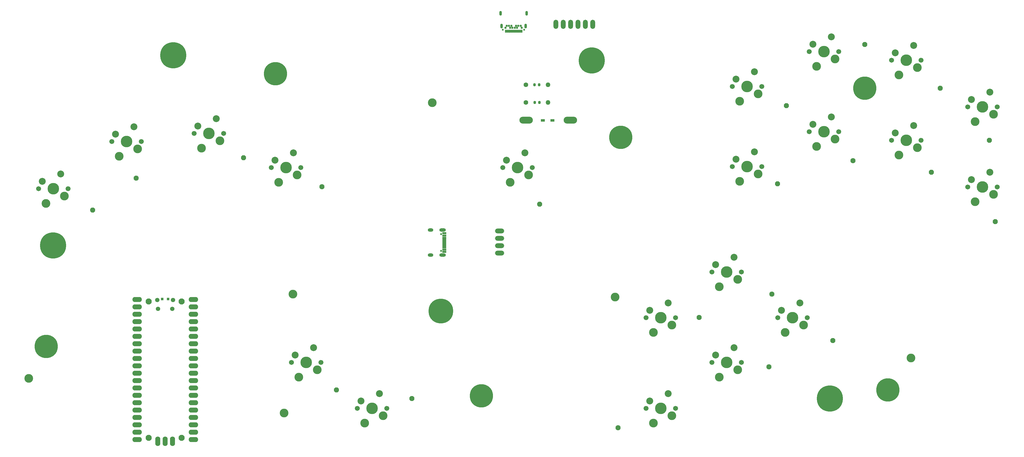
<source format=gts>
%TF.GenerationSoftware,KiCad,Pcbnew,7.0.1*%
%TF.CreationDate,2023-04-12T17:14:02-06:00*%
%TF.ProjectId,OF1 v1,4f463120-7631-42e6-9b69-6361645f7063,rev?*%
%TF.SameCoordinates,Original*%
%TF.FileFunction,Soldermask,Top*%
%TF.FilePolarity,Negative*%
%FSLAX46Y46*%
G04 Gerber Fmt 4.6, Leading zero omitted, Abs format (unit mm)*
G04 Created by KiCad (PCBNEW 7.0.1) date 2023-04-12 17:14:02*
%MOMM*%
%LPD*%
G01*
G04 APERTURE LIST*
G04 Aperture macros list*
%AMRoundRect*
0 Rectangle with rounded corners*
0 $1 Rounding radius*
0 $2 $3 $4 $5 $6 $7 $8 $9 X,Y pos of 4 corners*
0 Add a 4 corners polygon primitive as box body*
4,1,4,$2,$3,$4,$5,$6,$7,$8,$9,$2,$3,0*
0 Add four circle primitives for the rounded corners*
1,1,$1+$1,$2,$3*
1,1,$1+$1,$4,$5*
1,1,$1+$1,$6,$7*
1,1,$1+$1,$8,$9*
0 Add four rect primitives between the rounded corners*
20,1,$1+$1,$2,$3,$4,$5,0*
20,1,$1+$1,$4,$5,$6,$7,0*
20,1,$1+$1,$6,$7,$8,$9,0*
20,1,$1+$1,$8,$9,$2,$3,0*%
%AMFreePoly0*
4,1,17,0.425901,0.806901,0.806901,0.425901,0.825500,0.381000,0.825500,-0.381000,0.806901,-0.425901,0.425901,-0.806901,0.381000,-0.825500,-0.381000,-0.825500,-0.425901,-0.806901,-0.806901,-0.425901,-0.825500,-0.381000,-0.825500,0.381000,-0.806901,0.425901,-0.425901,0.806901,-0.381000,0.825500,0.381000,0.825500,0.425901,0.806901,0.425901,0.806901,$1*%
G04 Aperture macros list end*
%ADD10O,3.175000X1.651000*%
%ADD11C,3.000000*%
%ADD12C,1.701800*%
%ADD13C,3.987800*%
%ADD14C,2.374900*%
%ADD15FreePoly0,0.000000*%
%ADD16O,4.622800X2.374900*%
%ADD17C,9.000000*%
%ADD18C,8.000000*%
%ADD19RoundRect,0.063500X0.605000X0.365000X-0.605000X0.365000X-0.605000X-0.365000X0.605000X-0.365000X0*%
%ADD20RoundRect,0.200000X-0.200000X-0.275000X0.200000X-0.275000X0.200000X0.275000X-0.200000X0.275000X0*%
%ADD21C,8.500000*%
%ADD22C,0.650000*%
%ADD23RoundRect,0.063500X-0.150000X-0.450000X0.150000X-0.450000X0.150000X0.450000X-0.150000X0.450000X0*%
%ADD24C,0.777000*%
%ADD25O,0.877000X1.627000*%
%ADD26C,1.600000*%
%ADD27O,1.600000X1.600000*%
%ADD28C,1.500000*%
%ADD29C,2.100000*%
%ADD30O,3.327000X1.727000*%
%ADD31O,1.727000X3.327000*%
%ADD32RoundRect,0.063500X-0.400000X-0.400000X0.400000X-0.400000X0.400000X0.400000X-0.400000X0.400000X0*%
%ADD33RoundRect,0.063500X-0.620000X0.300000X-0.620000X-0.300000X0.620000X-0.300000X0.620000X0.300000X0*%
%ADD34RoundRect,0.063500X-0.620000X0.150000X-0.620000X-0.150000X0.620000X-0.150000X0.620000X0.150000X0*%
%ADD35O,2.227000X1.127000*%
%ADD36O,1.927000X1.127000*%
%ADD37O,1.651000X3.175000*%
G04 APERTURE END LIST*
D10*
%TO.C,J4*%
X142745065Y-111563600D03*
X142745065Y-109023600D03*
X142745065Y-106483600D03*
X142745065Y-103943600D03*
%TD*%
D11*
%TO.C,U$15*%
X280301100Y-77837600D03*
D12*
X287921100Y-72757600D03*
D13*
X282841100Y-72757600D03*
D11*
X286651100Y-75297600D03*
D12*
X277761100Y-72757600D03*
D14*
X279031100Y-70217600D03*
X285381100Y-67677600D03*
%TD*%
D15*
%TO.C,JP11*%
X264501100Y-79753600D03*
%TD*%
D13*
%TO.C,U$11*%
X282841100Y-45147600D03*
D11*
X286651100Y-47687600D03*
D12*
X277761100Y-45147600D03*
D11*
X280301100Y-50227600D03*
D12*
X287921100Y-45147600D03*
D14*
X279031100Y-42607600D03*
X285381100Y-40067600D03*
%TD*%
D15*
%TO.C,JP10*%
X238501100Y-87753600D03*
%TD*%
D13*
%TO.C,U$17*%
X220953100Y-118117600D03*
D11*
X224763100Y-120657600D03*
X218413100Y-123197600D03*
D12*
X215873100Y-118117600D03*
X226033100Y-118117600D03*
D14*
X217143100Y-115577600D03*
X223493100Y-113037600D03*
%TD*%
D15*
%TO.C,JP5*%
X81501100Y-88753600D03*
%TD*%
D13*
%TO.C,U$6*%
X76133100Y-149302600D03*
D12*
X81213100Y-149302600D03*
D11*
X79943100Y-151842600D03*
D12*
X71053100Y-149302600D03*
D11*
X73593100Y-154382600D03*
D14*
X72323100Y-146762600D03*
X78673100Y-144222600D03*
%TD*%
D16*
%TO.C,D1*%
X151881100Y-65753600D03*
X167121100Y-65753600D03*
%TD*%
D17*
%TO.C,@HOLE11*%
X174501100Y-45253600D03*
%TD*%
D18*
%TO.C,@HOLE8*%
X184501100Y-71753600D03*
%TD*%
D11*
%TO.C,@HOLE0*%
X68501100Y-166753600D03*
%TD*%
%TO.C,U$20*%
X224763100Y-151842600D03*
D13*
X220953100Y-149302600D03*
D11*
X218413100Y-154382600D03*
D12*
X215873100Y-149302600D03*
X226033100Y-149302600D03*
D14*
X217143100Y-146762600D03*
X223493100Y-144222600D03*
%TD*%
D19*
%TO.C,D2*%
X157610214Y-65844142D03*
X160970214Y-65844142D03*
%TD*%
D15*
%TO.C,JP18*%
X211501100Y-133753600D03*
%TD*%
D18*
%TO.C,@HOLE9*%
X136501100Y-160753600D03*
%TD*%
D20*
%TO.C,R2*%
X154751379Y-53595091D03*
X156401379Y-53595091D03*
%TD*%
D11*
%TO.C,U$10*%
X258296100Y-44712600D03*
X251946100Y-47252600D03*
D13*
X254486100Y-42172600D03*
D12*
X259566100Y-42172600D03*
X249406100Y-42172600D03*
D14*
X250676100Y-39632600D03*
X257026100Y-37092600D03*
%TD*%
D15*
%TO.C,JP6*%
X86501100Y-158753600D03*
%TD*%
D21*
%TO.C,@HOLE14*%
X122501100Y-131553600D03*
%TD*%
D15*
%TO.C,JP14*%
X311501100Y-72753600D03*
%TD*%
%TO.C,JP4*%
X54501100Y-78753600D03*
%TD*%
D13*
%TO.C,U$13*%
X227968100Y-81777600D03*
D12*
X222888100Y-81777600D03*
D11*
X225428100Y-86857600D03*
D12*
X233048100Y-81777600D03*
D11*
X231778100Y-84317600D03*
D14*
X224158100Y-79237600D03*
X230508100Y-76697600D03*
%TD*%
D15*
%TO.C,JP9*%
X241501100Y-60753600D03*
%TD*%
D22*
%TO.C,J2*%
X151168981Y-34593600D03*
X143818981Y-34593600D03*
D23*
X150318981Y-35153600D03*
X149818981Y-35153600D03*
X149318981Y-35153600D03*
X148818981Y-35153600D03*
X148318981Y-35153600D03*
X147818981Y-35153600D03*
X147318981Y-35153600D03*
X146818981Y-35153600D03*
X146318981Y-35153600D03*
X145818981Y-35153600D03*
X145318981Y-35153600D03*
X144818981Y-35153600D03*
D24*
X144768981Y-33943600D03*
X145168981Y-33243600D03*
X145968981Y-33243600D03*
X146368981Y-33943600D03*
X146768981Y-33243600D03*
X147168981Y-33943600D03*
X147968981Y-33943600D03*
X148368981Y-33243600D03*
X148768981Y-33943600D03*
X149168981Y-33243600D03*
X149968981Y-33243600D03*
X150368981Y-33943600D03*
D25*
X151698981Y-33343600D03*
X143438981Y-33343600D03*
X152058981Y-28953600D03*
X143078981Y-28953600D03*
%TD*%
D11*
%TO.C,U$1*%
X-13573900Y-94497600D03*
D13*
X-11033900Y-89417600D03*
D11*
X-7223900Y-91957600D03*
D12*
X-16113900Y-89417600D03*
X-5953900Y-89417600D03*
D14*
X-14843900Y-86877600D03*
X-8493900Y-84337600D03*
%TD*%
D13*
%TO.C,U$21*%
X198266100Y-165072600D03*
D12*
X193186100Y-165072600D03*
D11*
X195726100Y-170152600D03*
X202076100Y-167612600D03*
D12*
X203346100Y-165072600D03*
D14*
X194456100Y-162532600D03*
X200806100Y-159992600D03*
%TD*%
D15*
%TO.C,JP16*%
X291501100Y-83753600D03*
%TD*%
D12*
%TO.C,U$2*%
X19326100Y-73114600D03*
D11*
X18056100Y-75654600D03*
D12*
X9166100Y-73114600D03*
D13*
X14246100Y-73114600D03*
D11*
X11706100Y-78194600D03*
D14*
X10436100Y-70574600D03*
X16786100Y-68034600D03*
%TD*%
D12*
%TO.C,U$4*%
X47682100Y-70388600D03*
D13*
X42602100Y-70388600D03*
D11*
X46412100Y-72928600D03*
X40062100Y-75468600D03*
D12*
X37522100Y-70388600D03*
D14*
X38792100Y-67848600D03*
X45142100Y-65308600D03*
%TD*%
D17*
%TO.C,@HOLE13*%
X30301100Y-43453600D03*
%TD*%
D11*
%TO.C,@HOLE1*%
X284501100Y-147753600D03*
%TD*%
D15*
%TO.C,JP20*%
X235501100Y-150753600D03*
%TD*%
D11*
%TO.C,U$7*%
X102631100Y-167611600D03*
D12*
X93741100Y-165071600D03*
D11*
X96281100Y-170151600D03*
D13*
X98821100Y-165071600D03*
D12*
X103901100Y-165071600D03*
D14*
X95011100Y-162531600D03*
X101361100Y-159991600D03*
%TD*%
D15*
%TO.C,JP13*%
X294501100Y-54753600D03*
%TD*%
D13*
%TO.C,U$19*%
X243610100Y-133887600D03*
D11*
X247420100Y-136427600D03*
X241070100Y-138967600D03*
D12*
X248690100Y-133887600D03*
X238530100Y-133887600D03*
D14*
X239800100Y-131347600D03*
X246150100Y-128807600D03*
%TD*%
D15*
%TO.C,JP17*%
X236501100Y-125753600D03*
%TD*%
%TO.C,JP12*%
X268501100Y-39753600D03*
%TD*%
D11*
%TO.C,@HOLE2*%
X-19498900Y-154753600D03*
%TD*%
D26*
%TO.C,R3*%
X151781476Y-59692391D03*
D27*
X159401476Y-59692391D03*
%TD*%
D28*
%TO.C,J1*%
X24776100Y-127753600D03*
D29*
X21801100Y-175253600D03*
X33201100Y-175253600D03*
D28*
X25076100Y-130783600D03*
X29926100Y-130783600D03*
D29*
X21801100Y-128253600D03*
D28*
X30226100Y-127753600D03*
D29*
X33201100Y-128253600D03*
D30*
X37191100Y-137783600D03*
X37191100Y-135243600D03*
X37191100Y-140323600D03*
X37191100Y-145403600D03*
X17811100Y-132703600D03*
X17811100Y-145403600D03*
X17811100Y-158103600D03*
X17811100Y-170803600D03*
D31*
X27501100Y-176453600D03*
D30*
X37191100Y-170803600D03*
X37191100Y-158103600D03*
X37191100Y-132703600D03*
X17811100Y-127623600D03*
X17811100Y-130163600D03*
X17811100Y-135243600D03*
X17811100Y-137783600D03*
X17811100Y-140323600D03*
X17811100Y-142863600D03*
X17811100Y-147943600D03*
X17811100Y-150483600D03*
X17811100Y-153023600D03*
X17811100Y-155563600D03*
X17811100Y-160643600D03*
X17811100Y-163183600D03*
X17811100Y-165723600D03*
X17811100Y-168263600D03*
X17811100Y-173343600D03*
X17811100Y-175883600D03*
X37191100Y-175883600D03*
X37191100Y-173343600D03*
X37191100Y-168263600D03*
X37191100Y-165723600D03*
X37191100Y-163183600D03*
X37191100Y-160643600D03*
X37191100Y-155563600D03*
X37191100Y-150483600D03*
X37191100Y-147943600D03*
X37191100Y-142863600D03*
X37191100Y-153023600D03*
D31*
X24961100Y-176453600D03*
X30041100Y-176453600D03*
D32*
X28501100Y-127453600D03*
X26501100Y-127453600D03*
D30*
X37191100Y-127623600D03*
X37191100Y-130163600D03*
%TD*%
D15*
%TO.C,JP15*%
X313501100Y-100753600D03*
%TD*%
D20*
%TO.C,R4*%
X154825956Y-59663792D03*
X156475956Y-59663792D03*
%TD*%
D11*
%TO.C,@HOLE10*%
X119501100Y-59753600D03*
%TD*%
D17*
%TO.C,@HOLE15*%
X256501100Y-161753600D03*
%TD*%
D18*
%TO.C,@HOLE6*%
X-13498900Y-143753600D03*
%TD*%
D11*
%TO.C,@HOLE16*%
X71501100Y-125753600D03*
%TD*%
%TO.C,U$5*%
X72984100Y-84691600D03*
X66634100Y-87231600D03*
D12*
X64094100Y-82151600D03*
D13*
X69174100Y-82151600D03*
D12*
X74254100Y-82151600D03*
D14*
X65364100Y-79611600D03*
X71714100Y-77071600D03*
%TD*%
D12*
%TO.C,U$18*%
X203346100Y-133887600D03*
D11*
X202076100Y-136427600D03*
D12*
X193186100Y-133887600D03*
D13*
X198266100Y-133887600D03*
D11*
X195726100Y-138967600D03*
D14*
X194456100Y-131347600D03*
X200806100Y-128807600D03*
%TD*%
D11*
%TO.C,@HOLE3*%
X182501100Y-126753600D03*
%TD*%
D17*
%TO.C,@HOLE12*%
X-11098900Y-108953600D03*
%TD*%
D13*
%TO.C,U$16*%
X309064100Y-88793600D03*
D12*
X314144100Y-88793600D03*
X303984100Y-88793600D03*
D11*
X312874100Y-91333600D03*
X306524100Y-93873600D03*
D14*
X305254100Y-86253600D03*
X311604100Y-83713600D03*
%TD*%
D18*
%TO.C,@HOLE4*%
X268501100Y-54753600D03*
%TD*%
D15*
%TO.C,JP7*%
X112501100Y-161753600D03*
%TD*%
D22*
%TO.C,J5*%
X122579393Y-105081075D03*
X122579393Y-110861075D03*
D33*
X123699393Y-104771075D03*
X123699393Y-105571075D03*
D34*
X123699393Y-106721075D03*
X123699393Y-107721075D03*
X123699393Y-108221075D03*
X123699393Y-109221075D03*
D33*
X123699393Y-111171075D03*
X123699393Y-110371075D03*
D34*
X123699393Y-109721075D03*
X123699393Y-108721075D03*
X123699393Y-107221075D03*
X123699393Y-106221075D03*
D35*
X123079393Y-103651075D03*
D36*
X118899393Y-103651075D03*
D35*
X123079393Y-112291075D03*
D36*
X118899393Y-112291075D03*
%TD*%
D15*
%TO.C,JP2*%
X2501100Y-96753600D03*
%TD*%
%TO.C,JP8*%
X156501100Y-94753600D03*
%TD*%
D11*
%TO.C,U$12*%
X306524100Y-66263600D03*
D13*
X309064100Y-61183600D03*
D12*
X314144100Y-61183600D03*
D11*
X312874100Y-63723600D03*
D12*
X303984100Y-61183600D03*
D14*
X305254100Y-58643600D03*
X311604100Y-56103600D03*
%TD*%
D11*
%TO.C,U$9*%
X225428100Y-59248600D03*
D12*
X222888100Y-54168600D03*
D13*
X227968100Y-54168600D03*
D12*
X233048100Y-54168600D03*
D11*
X231778100Y-56708600D03*
D14*
X224158100Y-51628600D03*
X230508100Y-49088600D03*
%TD*%
D15*
%TO.C,JP21*%
X183501100Y-171753600D03*
%TD*%
D12*
%TO.C,U$14*%
X259566100Y-69782600D03*
D11*
X251946100Y-74862600D03*
X258296100Y-72322600D03*
D12*
X249406100Y-69782600D03*
D13*
X254486100Y-69782600D03*
D14*
X250676100Y-67242600D03*
X257026100Y-64702600D03*
%TD*%
D15*
%TO.C,JP19*%
X257501100Y-141753600D03*
%TD*%
D37*
%TO.C,J3*%
X162151100Y-32753600D03*
X164691100Y-32753600D03*
X167231100Y-32753600D03*
X169771100Y-32753600D03*
X172311100Y-32753600D03*
X174851100Y-32753600D03*
%TD*%
D18*
%TO.C,@HOLE5*%
X276501100Y-158753600D03*
%TD*%
D26*
%TO.C,R1*%
X151826963Y-53595091D03*
D27*
X159446963Y-53595091D03*
%TD*%
D18*
%TO.C,@HOLE7*%
X65501100Y-49753600D03*
%TD*%
D15*
%TO.C,JP3*%
X17501100Y-85753600D03*
%TD*%
D12*
%TO.C,U$8*%
X153986100Y-82151600D03*
X143826100Y-82151600D03*
D11*
X152716100Y-84691600D03*
D13*
X148906100Y-82151600D03*
D11*
X146366100Y-87231600D03*
D14*
X145096100Y-79611600D03*
X151446100Y-77071600D03*
%TD*%
M02*

</source>
